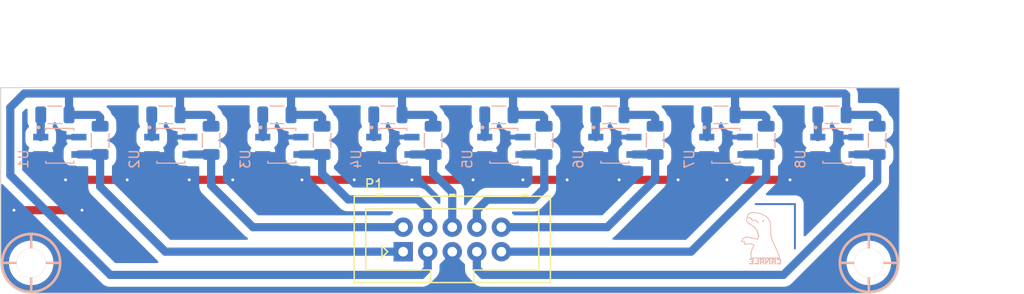
<source format=kicad_pcb>
(kicad_pcb (version 20221018) (generator pcbnew)
  (layers (0 "F.Cu" signal) (31 "B.Cu" signal) (34 "B.Paste" user) (35 "F.Paste" user) (36 "B.SilkS" user "B.Silkscreen") (37 "F.SilkS" user "F.Silkscreen") (38 "B.Mask" user) (39 "F.Mask" user) (44 "Edge.Cuts" user))
  (net 0 "")
  (net 1 "GND")
  (net 2 "Net-(R1-Pad1)")
  (net 3 "Net-(R3-Pad1)")
  (net 4 "Net-(R5-Pad1)")
  (net 5 "Net-(R7-Pad1)")
  (net 6 "Net-(R9-Pad1)")
  (net 7 "Net-(R13-Pad1)")
  (net 8 "Net-(R15-Pad1)")
  (net 9 "/PIN2")
  (net 10 "/PIN1")
  (net 11 "/PIN4")
  (net 12 "/PIN3")
  (net 13 "/PIN6")
  (net 14 "/PIN5")
  (net 15 "/PIN8")
  (net 16 "/PIN7")
  (net 17 "Net-(R11-Pad1)")
  (net 18 "VCC")
  (footprint "MountingHole:MountingHole_2.1mm" (layer "F.Cu") (at 89.5096 107.061)
    (fp_text reference "H2" hide)
    (fp_text value "Mounting_Hole" hide)
    (pad "" np_thru_hole circle (at 0 0) (size 2.1 2.1) (drill 2.1) (layers "*.Cu" "*.Mask"))
  )
  (footprint "EESTN5:hole_3mm" (layer "F.Cu") (at 176.1744 107.061)
    (fp_text reference "hole_3mm" hide)
    (fp_text value "VAL**" hide)
    (pad "1" thru_hole circle (at 0 0) (size 3 3) (drill 3) (layers "*.Cu" "F.SilkS"))
  )
  (footprint "MountingHole:MountingHole_2.1mm" (layer "F.Cu") (at 176.1744 107.061)
    (fp_text reference "H1" hide)
    (fp_text value "Mounting_Hole" hide)
    (pad "" np_thru_hole circle (at 0 0) (size 2.1 2.1) (drill 2.1) (layers "*.Cu" "*.Mask"))
  )
  (footprint "EESTN5:Header_2x05x2.54mm_Vertical" (layer "F.Cu") (at 133.079308 104.6284)
    (fp_text reference "P1" (at -8.08 -5.73) (layer "F.SilkS"))
    (fp_text value "CONN_02X05" hide)
    (pad "1" thru_hole rect (at -5.08 1.27) (size 2 2) (drill 1) (layers "*.Cu" "*.Mask") (net 10 "/PIN1"))
    (pad "2" thru_hole circle (at -5.08 -1.27) (size 2 2) (drill 1) (layers "*.Cu" "*.Mask") (net 9 "/PIN2"))
    (pad "3" thru_hole circle (at -2.54 1.27) (size 2 2) (drill 1) (layers "*.Cu" "*.Mask") (net 18 "VCC"))
    (pad "4" thru_hole circle (at -2.54 -1.27) (size 2 2) (drill 1) (layers "*.Cu" "*.Mask") (net 12 "/PIN3"))
    (pad "5" thru_hole circle (at 0 1.27) (size 2 2) (drill 1) (layers "*.Cu" "*.Mask") (net 1 "GND"))
    (pad "6" thru_hole circle (at 0 -1.27) (size 2 2) (drill 1) (layers "*.Cu" "*.Mask") (net 11 "/PIN4"))
    (pad "7" thru_hole circle (at 2.54 1.27) (size 2 2) (drill 1) (layers "*.Cu" "*.Mask") (net 15 "/PIN8"))
    (pad "8" thru_hole circle (at 2.54 -1.27) (size 2 2) (drill 1) (layers "*.Cu" "*.Mask") (net 14 "/PIN5"))
    (pad "9" thru_hole circle (at 5.08 1.27) (size 2 2) (drill 1) (layers "*.Cu" "*.Mask") (net 16 "/PIN7"))
    (pad "10" thru_hole circle (at 5.08 -1.27) (size 2 2) (drill 1) (layers "*.Cu" "*.Mask") (net 13 "/PIN6"))
  )
  (footprint "EESTN5:hole_3mm" (layer "F.Cu") (at 89.5096 107.061)
    (fp_text reference "hole_3mm" hide)
    (fp_text value "VAL**" hide)
    (pad "1" thru_hole circle (at 0 0) (size 3 3) (drill 3) (layers "*.Cu" "F.SilkS"))
  )
  (footprint "QRE:SOIC180P460X187-4N" (layer "B.Cu") (at 161.38333 94.9234 -90)
    (fp_text reference "U7" (at 1.375 3.775 90) (layer "B.SilkS") (effects (justify mirror)))
    (fp_text value "QRE1113GR" hide)
    (pad "1" smd rect (at -0.9 1.975 270) (size 0.69 1.57) (layers "B.Cu" "B.Paste" "B.Mask") (net 7 "Net-(R13-Pad1)"))
    (pad "2" smd rect (at -0.9 -1.975 270) (size 0.69 1.57) (layers "B.Cu" "B.Paste" "B.Mask") (net 1 "GND"))
    (pad "3" smd rect (at 0.9 -1.975 270) (size 0.69 1.57) (layers "B.Cu" "B.Paste" "B.Mask") (net 16 "/PIN7"))
    (pad "4" smd rect (at 0.9 1.975 270) (size 0.69 1.57) (layers "B.Cu" "B.Paste" "B.Mask") (net 1 "GND"))
  )
  (footprint "QRE:SOIC180P460X187-4N" (layer "B.Cu") (at 172.874 94.9234 -90)
    (fp_text reference "U8" (at 1.375 3.775 90) (layer "B.SilkS") (effects (justify mirror)))
    (fp_text value "QRE1113GR" hide)
    (pad "1" smd rect (at -0.9 1.975 270) (size 0.69 1.57) (layers "B.Cu" "B.Paste" "B.Mask") (net 8 "Net-(R15-Pad1)"))
    (pad "2" smd rect (at -0.9 -1.975 270) (size 0.69 1.57) (layers "B.Cu" "B.Paste" "B.Mask") (net 1 "GND"))
    (pad "3" smd rect (at 0.9 -1.975 270) (size 0.69 1.57) (layers "B.Cu" "B.Paste" "B.Mask") (net 15 "/PIN8"))
    (pad "4" smd rect (at 0.9 1.975 270) (size 0.69 1.57) (layers "B.Cu" "B.Paste" "B.Mask") (net 1 "GND"))
  )
  (footprint "QRE:SOIC180P460X187-4N" (layer "B.Cu") (at 103.960985 94.9234 -90)
    (fp_text reference "U2" (at 1.375 3.775 90) (layer "B.SilkS") (effects (justify mirror)))
    (fp_text value "QRE1113GR" hide)
    (pad "1" smd rect (at -0.9 1.975 270) (size 0.69 1.57) (layers "B.Cu" "B.Paste" "B.Mask") (net 3 "Net-(R3-Pad1)"))
    (pad "2" smd rect (at -0.9 -1.975 270) (size 0.69 1.57) (layers "B.Cu" "B.Paste" "B.Mask") (net 1 "GND"))
    (pad "3" smd rect (at 0.9 -1.975 270) (size 0.69 1.57) (layers "B.Cu" "B.Paste" "B.Mask") (net 9 "/PIN2"))
    (pad "4" smd rect (at 0.9 1.975 270) (size 0.69 1.57) (layers "B.Cu" "B.Paste" "B.Mask") (net 1 "GND"))
  )
  (footprint "Resistor_SMD:R_1206_3216Metric" (layer "B.Cu") (at 131.095523 94.3609 90)
    (fp_text reference "R8" hide)
    (fp_text value "240" hide)
    (pad "1" smd roundrect (at -1.4625 0 90) (size 1.125 1.75) (layers "B.Cu" "B.Paste" "B.Mask") (roundrect_rratio 0.222222) (net 11 "/PIN4"))
    (pad "2" smd roundrect (at 1.4625 0 90) (size 1.125 1.75) (layers "B.Cu" "B.Paste" "B.Mask") (roundrect_rratio 0.222222) (net 18 "VCC"))
  )
  (footprint "Resistor_SMD:R_1206_3216Metric" (layer "B.Cu") (at 91.964016 91.7193)
    (fp_text reference "R1" hide)
    (fp_text value "100" hide)
    (pad "1" smd roundrect (at -1.4625 0) (size 1.125 1.75) (layers "B.Cu" "B.Paste" "B.Mask") (roundrect_rratio 0.222222) (net 2 "Net-(R1-Pad1)"))
    (pad "2" smd roundrect (at 1.4625 0) (size 1.125 1.75) (layers "B.Cu" "B.Paste" "B.Mask") (roundrect_rratio 0.222222) (net 18 "VCC"))
  )
  (footprint "Resistor_SMD:R_1206_3216Metric" (layer "B.Cu") (at 177.0396 94.3609 90)
    (fp_text reference "R16" hide)
    (fp_text value "240" hide)
    (pad "1" smd roundrect (at -1.4625 0 90) (size 1.125 1.75) (layers "B.Cu" "B.Paste" "B.Mask") (roundrect_rratio 0.222222) (net 15 "/PIN8"))
    (pad "2" smd roundrect (at 1.4625 0 90) (size 1.125 1.75) (layers "B.Cu" "B.Paste" "B.Mask") (roundrect_rratio 0.222222) (net 18 "VCC"))
  )
  (footprint "Resistor_SMD:R_1206_3216Metric" (layer "B.Cu") (at 137.901892 91.7193)
    (fp_text reference "R9" hide)
    (fp_text value "100" hide)
    (pad "1" smd roundrect (at -1.4625 0) (size 1.125 1.75) (layers "B.Cu" "B.Paste" "B.Mask") (roundrect_rratio 0.222222) (net 6 "Net-(R9-Pad1)"))
    (pad "2" smd roundrect (at 1.4625 0) (size 1.125 1.75) (layers "B.Cu" "B.Paste" "B.Mask") (roundrect_rratio 0.222222) (net 18 "VCC"))
  )
  (footprint "QRE:SOIC180P460X187-4N" (layer "B.Cu") (at 126.929923 94.9234 -90)
    (fp_text reference "U4" (at 1.375 3.775 90) (layer "B.SilkS") (effects (justify mirror)))
    (fp_text value "QRE1113GR" hide)
    (pad "1" smd rect (at -0.9 1.975 270) (size 0.69 1.57) (layers "B.Cu" "B.Paste" "B.Mask") (net 5 "Net-(R7-Pad1)"))
    (pad "2" smd rect (at -0.9 -1.975 270) (size 0.69 1.57) (layers "B.Cu" "B.Paste" "B.Mask") (net 1 "GND"))
    (pad "3" smd rect (at 0.9 -1.975 270) (size 0.69 1.57) (layers "B.Cu" "B.Paste" "B.Mask") (net 11 "/PIN4"))
    (pad "4" smd rect (at 0.9 1.975 270) (size 0.69 1.57) (layers "B.Cu" "B.Paste" "B.Mask") (net 1 "GND"))
  )
  (footprint "Resistor_SMD:R_1206_3216Metric" (layer "B.Cu") (at 172.3615 91.7193)
    (fp_text reference "R15" hide)
    (fp_text value "100" hide)
    (pad "1" smd roundrect (at -1.4625 0) (size 1.125 1.75) (layers "B.Cu" "B.Paste" "B.Mask") (roundrect_rratio 0.222222) (net 8 "Net-(R15-Pad1)"))
    (pad "2" smd roundrect (at 1.4625 0) (size 1.125 1.75) (layers "B.Cu" "B.Paste" "B.Mask") (roundrect_rratio 0.222222) (net 18 "VCC"))
  )
  (footprint "QRE:SOIC180P460X187-4N" (layer "B.Cu") (at 138.414392 94.9234 -90)
    (fp_text reference "U5" (at 1.375 3.775 90) (layer "B.SilkS") (effects (justify mirror)))
    (fp_text value "QRE1113GR" hide)
    (pad "1" smd rect (at -0.9 1.975 270) (size 0.69 1.57) (layers "B.Cu" "B.Paste" "B.Mask") (net 6 "Net-(R9-Pad1)"))
    (pad "2" smd rect (at -0.9 -1.975 270) (size 0.69 1.57) (layers "B.Cu" "B.Paste" "B.Mask") (net 1 "GND"))
    (pad "3" smd rect (at 0.9 -1.975 270) (size 0.69 1.57) (layers "B.Cu" "B.Paste" "B.Mask") (net 14 "/PIN5"))
    (pad "4" smd rect (at 0.9 1.975 270) (size 0.69 1.57) (layers "B.Cu" "B.Paste" "B.Mask") (net 1 "GND"))
  )
  (footprint "Resistor_SMD:R_1206_3216Metric" (layer "B.Cu") (at 103.448485 91.7193)
    (fp_text reference "R3" hide)
    (fp_text value "100" hide)
    (pad "1" smd roundrect (at -1.4625 0) (size 1.125 1.75) (layers "B.Cu" "B.Paste" "B.Mask") (roundrect_rratio 0.222222) (net 3 "Net-(R3-Pad1)"))
    (pad "2" smd roundrect (at 1.4625 0) (size 1.125 1.75) (layers "B.Cu" "B.Paste" "B.Mask") (roundrect_rratio 0.222222) (net 18 "VCC"))
  )
  (footprint "Resistor_SMD:R_1206_3216Metric" (layer "B.Cu") (at 119.611054 94.3609 90)
    (fp_text reference "R6" hide)
    (fp_text value "240" hide)
    (pad "1" smd roundrect (at -1.4625 0 90) (size 1.125 1.75) (layers "B.Cu" "B.Paste" "B.Mask") (roundrect_rratio 0.222222) (net 12 "/PIN3"))
    (pad "2" smd roundrect (at 1.4625 0 90) (size 1.125 1.75) (layers "B.Cu" "B.Paste" "B.Mask") (roundrect_rratio 0.222222) (net 18 "VCC"))
  )
  (footprint "QRE:SOIC180P460X187-4N" (layer "B.Cu") (at 92.476516 94.9234 -90)
    (fp_text reference "U1" (at 1.375 3.775 90) (layer "B.SilkS") (effects (justify mirror)))
    (fp_text value "QRE1113GR" hide)
    (pad "1" smd rect (at -0.9 1.975 270) (size 0.69 1.57) (layers "B.Cu" "B.Paste" "B.Mask") (net 2 "Net-(R1-Pad1)"))
    (pad "2" smd rect (at -0.9 -1.975 270) (size 0.69 1.57) (layers "B.Cu" "B.Paste" "B.Mask") (net 1 "GND"))
    (pad "3" smd rect (at 0.9 -1.975 270) (size 0.69 1.57) (layers "B.Cu" "B.Paste" "B.Mask") (net 10 "/PIN1"))
    (pad "4" smd rect (at 0.9 1.975 270) (size 0.69 1.57) (layers "B.Cu" "B.Paste" "B.Mask") (net 1 "GND"))
  )
  (footprint "Resistor_SMD:R_1206_3216Metric" (layer "B.Cu") (at 126.417423 91.7193)
    (fp_text reference "R7" hide)
    (fp_text value "100" hide)
    (pad "1" smd roundrect (at -1.4625 0) (size 1.125 1.75) (layers "B.Cu" "B.Paste" "B.Mask") (roundrect_rratio 0.222222) (net 5 "Net-(R7-Pad1)"))
    (pad "2" smd roundrect (at 1.4625 0) (size 1.125 1.75) (layers "B.Cu" "B.Paste" "B.Mask") (roundrect_rratio 0.222222) (net 18 "VCC"))
  )
  (footprint "Resistor_SMD:R_1206_3216Metric" (layer "B.Cu") (at 96.642116 94.3572 90)
    (fp_text reference "R2" hide)
    (fp_text value "240" hide)
    (pad "1" smd roundrect (at -1.4625 0 90) (size 1.125 1.75) (layers "B.Cu" "B.Paste" "B.Mask") (roundrect_rratio 0.222222) (net 10 "/PIN1"))
    (pad "2" smd roundrect (at 1.4625 0 90) (size 1.125 1.75) (layers "B.Cu" "B.Paste" "B.Mask") (roundrect_rratio 0.222222) (net 18 "VCC"))
  )
  (footprint "Resistor_SMD:R_1206_3216Metric" (layer "B.Cu") (at 114.932954 91.7193)
    (fp_text reference "R5" hide)
    (fp_text value "100" hide)
    (pad "1" smd roundrect (at -1.4625 0) (size 1.125 1.75) (layers "B.Cu" "B.Paste" "B.Mask") (roundrect_rratio 0.222222) (net 4 "Net-(R5-Pad1)"))
    (pad "2" smd roundrect (at 1.4625 0) (size 1.125 1.75) (layers "B.Cu" "B.Paste" "B.Mask") (roundrect_rratio 0.222222) (net 18 "VCC"))
  )
  (footprint "Logo:logo5mm" (layer "B.Cu") (at 165.04617 104.640775 180)
    (fp_text reference "G***" hide)
    (fp_text value "LOGO" hide)
  )
  (footprint "Resistor_SMD:R_1206_3216Metric" (layer "B.Cu") (at 149.386361 91.7193)
    (fp_text reference "R11" hide)
    (fp_text value "100" hide)
    (pad "1" smd roundrect (at -1.4625 0) (size 1.125 1.75) (layers "B.Cu" "B.Paste" "B.Mask") (roundrect_rratio 0.222222) (net 17 "Net-(R11-Pad1)"))
    (pad "2" smd roundrect (at 1.4625 0) (size 1.125 1.75) (layers "B.Cu" "B.Paste" "B.Mask") (roundrect_rratio 0.222222) (net 18 "VCC"))
  )
  (footprint "Resistor_SMD:R_1206_3216Metric" (layer "B.Cu") (at 165.55513 94.3609 90)
    (fp_text reference "R14" hide)
    (fp_text value "240" hide)
    (pad "1" smd roundrect (at -1.4625 0 90) (size 1.125 1.75) (layers "B.Cu" "B.Paste" "B.Mask") (roundrect_rratio 0.222222) (net 16 "/PIN7"))
    (pad "2" smd roundrect (at 1.4625 0 90) (size 1.125 1.75) (layers "B.Cu" "B.Paste" "B.Mask") (roundrect_rratio 0.222222) (net 18 "VCC"))
  )
  (footprint "Resistor_SMD:R_1206_3216Metric" (layer "B.Cu") (at 142.579992 94.3609 90)
    (fp_text reference "R10" hide)
    (fp_text value "240" hide)
    (pad "1" smd roundrect (at -1.4625 0 90) (size 1.125 1.75) (layers "B.Cu" "B.Paste" "B.Mask") (roundrect_rratio 0.222222) (net 14 "/PIN5"))
    (pad "2" smd roundrect (at 1.4625 0 90) (size 1.125 1.75) (layers "B.Cu" "B.Paste" "B.Mask") (roundrect_rratio 0.222222) (net 18 "VCC"))
  )
  (footprint "Resistor_SMD:R_1206_3216Metric" (layer "B.Cu") (at 160.87083 91.7193)
    (fp_text reference "R13" hide)
    (fp_text value "100" hide)
    (pad "1" smd roundrect (at -1.4625 0) (size 1.125 1.75) (layers "B.Cu" "B.Paste" "B.Mask") (roundrect_rratio 0.222222) (net 7 "Net-(R13-Pad1)"))
    (pad "2" smd roundrect (at 1.4625 0) (size 1.125 1.75) (layers "B.Cu" "B.Paste" "B.Mask") (roundrect_rratio 0.222222) (net 18 "VCC"))
  )
  (footprint "QRE:SOIC180P460X187-4N" (layer "B.Cu") (at 115.445454 94.9234 -90)
    (fp_text reference "U3" (at 1.375 3.775 90) (layer "B.SilkS") (effects (justify mirror)))
    (fp_text value "QRE1113GR" hide)
    (pad "1" smd rect (at -0.9 1.975 270) (size 0.69 1.57) (layers "B.Cu" "B.Paste" "B.Mask") (net 4 "Net-(R5-Pad1)"))
    (pad "2" smd rect (at -0.9 -1.975 270) (size 0.69 1.57) (layers "B.Cu" "B.Paste" "B.Mask") (net 1 "GND"))
    (pad "3" smd rect (at 0.9 -1.975 270) (size 0.69 1.57) (layers "B.Cu" "B.Paste" "B.Mask") (net 12 "/PIN3"))
    (pad "4" smd rect (at 0.9 1.975 270) (size 0.69 1.57) (layers "B.Cu" "B.Paste" "B.Mask") (net 1 "GND"))
  )
  (footprint "Resistor_SMD:R_1206_3216Metric" (layer "B.Cu") (at 108.126585 94.3609 90)
    (fp_text reference "R4" hide)
    (fp_text value "240" hide)
    (pad "1" smd roundrect (at -1.4625 0 90) (size 1.125 1.75) (layers "B.Cu" "B.Paste" "B.Mask") (roundrect_rratio 0.222222) (net 9 "/PIN2"))
    (pad "2" smd roundrect (at 1.4625 0 90) (size 1.125 1.75) (layers "B.Cu" "B.Paste" "B.Mask") (roundrect_rratio 0.222222) (net 18 "VCC"))
  )
  (footprint "Resistor_SMD:R_1206_3216Metric" (layer "B.Cu") (at 154.064461 94.3609 90)
    (fp_text reference "R12" hide)
    (fp_text value "240" hide)
    (pad "1" smd roundrect (at -1.4625 0 90) (size 1.125 1.75) (layers "B.Cu" "B.Paste" "B.Mask") (roundrect_rratio 0.222222) (net 13 "/PIN6"))
    (pad "2" smd roundrect (at 1.4625 0 90) (size 1.125 1.75) (layers "B.Cu" "B.Paste" "B.Mask") (roundrect_rratio 0.222222) (net 18 "VCC"))
  )
  (footprint "QRE:SOIC180P460X187-4N" (layer "B.Cu") (at 149.898861 94.9234 -90)
    (fp_text reference "U6" (at 1.375 3.775 90) (layer "B.SilkS") (effects (justify mirror)))
    (fp_text value "QRE1113GR" hide)
    (pad "1" smd rect (at -0.9 1.975 270) (size 0.69 1.57) (layers "B.Cu" "B.Paste" "B.Mask") (net 17 "Net-(R11-Pad1)"))
    (pad "2" smd rect (at -0.9 -1.975 270) (size 0.69 1.57) (layers "B.Cu" "B.Paste" "B.Mask") (net 1 "GND"))
    (pad "3" smd rect (at 0.9 -1.975 270) (size 0.69 1.57) (layers "B.Cu" "B.Paste" "B.Mask") (net 13 "/PIN6"))
    (pad "4" smd rect (at 0.9 1.975 270) (size 0.69 1.57) (layers "B.Cu" "B.Paste" "B.Mask") (net 1 "GND"))
  )
  (gr_line (start 164.465 100.965) (end 168.529 100.965) (stroke (width 0.2)) (layer "B.Cu"))
  (gr_line (start 168.529 100.965) (end 168.529 105.5624) (stroke (width 0.2)) (layer "B.Cu"))
  (gr_line (start 179.3494 88.9) (end 86.36 88.9) (stroke (width 0.1)) (layer "Edge.Cuts"))
  (gr_arc (start 179.324 107.061) (mid 178.401504 109.288104) (end 176.1744 110.2106) (stroke (width 0.1)) (layer "Edge.Cuts"))
  (gr_line (start 86.36 88.9) (end 86.36 107.061) (stroke (width 0.1)) (layer "Edge.Cuts"))
  (gr_line (start 179.3494 88.9) (end 179.324 107.061) (stroke (width 0.1)) (layer "Edge.Cuts"))
  (gr_arc (start 89.5096 110.2106) (mid 87.282496 109.288104) (end 86.36 107.061) (stroke (width 0.1)) (layer "Edge.Cuts"))
  (gr_line (start 89.5096 110.2106) (end 176.1744 110.2106) (stroke (width 0.1)) (layer "Edge.Cuts"))
  (segment (start 122.936 98.4504) (end 117.5258 98.4504) (width 0.85) (layer "F.Cu") (net 1))
  (segment (start 156.4386 98.4504) (end 150.3426 98.4504) (width 0.85) (layer "F.Cu") (net 1))
  (segment (start 135.2296 98.4504) (end 128.905 98.4504) (width 0.85) (layer "F.Cu") (net 1))
  (segment (start 99.441 98.4504) (end 93.0656 98.4504) (width 0.85) (layer "F.Cu") (net 1))
  (segment (start 87.7316 101.6) (end 94.7674 101.6) (width 0.85) (layer "F.Cu") (net 1))
  (segment (start 110.363 98.4504) (end 105.8672 98.4504) (width 0.85) (layer "F.Cu") (net 1))
  (segment (start 144.9578 98.4504) (end 140.3858 98.4504) (width 0.85) (layer "F.Cu") (net 1))
  (segment (start 168.021 98.4504) (end 161.4932 98.4504) (width 0.85) (layer "F.Cu") (net 1))
  (via (at 161.4932 98.4504) (size 0.5) (drill 0.3) (layers "F.Cu" "B.Cu") (net 1))
  (via (at 93.0656 98.4504) (size 0.5) (drill 0.3) (layers "F.Cu" "B.Cu") (net 1))
  (via (at 110.363 98.4504) (size 0.5) (drill 0.3) (layers "F.Cu" "B.Cu") (net 1))
  (via (at 156.4386 98.4504) (size 0.5) (drill 0.3) (layers "F.Cu" "B.Cu") (net 1))
  (via (at 99.441 98.4504) (size 0.5) (drill 0.3) (layers "F.Cu" "B.Cu") (net 1))
  (via (at 144.9578 98.4504) (size 0.5) (drill 0.3) (layers "F.Cu" "B.Cu") (net 1))
  (via (at 140.3858 98.4504) (size 0.5) (drill 0.3) (layers "F.Cu" "B.Cu") (net 1))
  (via (at 128.905 98.4504) (size 0.5) (drill 0.3) (layers "F.Cu" "B.Cu") (net 1))
  (via (at 168.021 98.4504) (size 0.5) (drill 0.3) (layers "F.Cu" "B.Cu") (net 1))
  (via (at 87.7316 101.6) (size 0.5) (drill 0.3) (layers "F.Cu" "B.Cu") (net 1))
  (via (at 150.3426 98.4504) (size 0.5) (drill 0.3) (layers "F.Cu" "B.Cu") (net 1))
  (via (at 94.7674 101.6) (size 0.5) (drill 0.3) (layers "F.Cu" "B.Cu") (net 1))
  (via (at 135.2296 98.4504) (size 0.5) (drill 0.3) (layers "F.Cu" "B.Cu") (net 1))
  (via (at 117.5258 98.4504) (size 0.5) (drill 0.3) (layers "F.Cu" "B.Cu") (net 1))
  (via (at 122.936 98.4504) (size 0.5) (drill 0.3) (layers "F.Cu" "B.Cu") (net 1))
  (via (at 105.8672 98.4504) (size 0.5) (drill 0.3) (layers "F.Cu" "B.Cu") (net 1))
  (segment (start 126.29594 96.429357) (end 123.68274 96.429357) (width 0.85) (layer "B.Cu") (net 1))
  (segment (start 114.934048 96.351037) (end 112.320848 96.351037) (width 0.85) (layer "B.Cu") (net 1))
  (segment (start 132.264308 107.426092) (end 132.264308 109.6518) (width 1) (layer "B.Cu") (net 1))
  (segment (start 91.818 96.393) (end 89.2048 96.393) (width 0.85) (layer "B.Cu") (net 1))
  (segment (start 172.1836 96.4184) (end 169.5704 96.4184) (width 0.85) (layer "B.Cu") (net 1))
  (segment (start 132.839308 106.1384) (end 132.839308 106.851092) (width 1) (layer "B.Cu") (net 1))
  (segment (start 103.375 96.393) (end 100.7618 96.393) (width 0.85) (layer "B.Cu") (net 1))
  (segment (start 132.839308 106.851092) (end 132.264308 107.426092) (width 1) (layer "B.Cu") (net 1))
  (segment (start 160.7536 96.4184) (end 158.1404 96.4184) (width 0.85) (layer "B.Cu") (net 1))
  (segment (start 133.319308 106.1384) (end 133.319308 106.851092) (width 1) (layer "B.Cu") (net 1))
  (segment (start 149.303575 96.389683) (end 146.690375 96.389683) (width 0.85) (layer "B.Cu") (net 1))
  (segment (start 133.096 105.915092) (end 133.079308 105.8984) (width 1) (layer "B.Cu") (net 1))
  (segment (start 137.771985 96.342073) (end 135.158785 96.342073) (width 0.85) (layer "B.Cu") (net 1))
  (segment (start 133.096 109.4486) (end 133.096 105.915092) (width 1) (layer "B.Cu") (net 1))
  (segment (start 133.079308 105.8984) (end 132.839308 106.1384) (width 1) (layer "B.Cu") (net 1))
  (segment (start 133.319308 106.851092) (end 133.894308 107.426092) (width 1) (layer "B.Cu") (net 1))
  (segment (start 133.079308 105.8984) (end 133.319308 106.1384) (width 1) (layer "B.Cu") (net 1))
  (segment (start 133.894308 107.426092) (end 133.894308 109.611908) (width 1) (layer "B.Cu") (net 1))
  (segment (start 90.501516 94.0234) (end 90.501516 91.7193) (width 0.85) (layer "B.Cu") (net 2))
  (segment (start 101.985985 94.0234) (end 101.985985 91.7193) (width 0.85) (layer "B.Cu") (net 3))
  (segment (start 113.470454 94.0234) (end 113.470454 91.7193) (width 0.85) (layer "B.Cu") (net 4))
  (segment (start 124.954923 91.7193) (end 124.954923 94.0234) (width 0.85) (layer "B.Cu") (net 5))
  (segment (start 136.439392 94.0234) (end 136.439392 91.7193) (width 0.85) (layer "B.Cu") (net 6))
  (segment (start 159.40833 94.0234) (end 159.40833 91.7193) (width 0.85) (layer "B.Cu") (net 7))
  (segment (start 170.899 94.0234) (end 170.899 91.7193) (width 0.85) (layer "B.Cu") (net 8))
  (segment (start 108.126585 99.033385) (end 108.126585 95.8234) (width 0.85) (layer "B.Cu") (net 9))
  (segment (start 112.4516 103.3584) (end 108.126585 99.033385) (width 0.85) (layer "B.Cu") (net 9))
  (segment (start 108.126585 95.8234) (end 105.935985 95.8234) (width 0.85) (layer "B.Cu") (net 9))
  (segment (start 127.999308 103.3584) (end 112.4516 103.3584) (width 0.85) (layer "B.Cu") (net 9))
  (segment (start 96.642116 95.8197) (end 94.455216 95.8197) (width 0.85) (layer "B.Cu") (net 10))
  (segment (start 103.3838 105.8984) (end 96.642116 99.156716) (width 0.85) (layer "B.Cu") (net 10))
  (segment (start 96.642116 99.156716) (end 96.642116 95.8197) (width 0.85) (layer "B.Cu") (net 10))
  (segment (start 127.999308 105.8984) (end 103.3838 105.8984) (width 0.85) (layer "B.Cu") (net 10))
  (segment (start 133.0706 99.7458) (end 133.0706 103.349692) (width 0.85) (layer "B.Cu") (net 11))
  (segment (start 131.095523 97.770723) (end 133.0706 99.7458) (width 0.85) (layer "B.Cu") (net 11))
  (segment (start 128.904923 95.8234) (end 131.095523 95.8234) (width 0.85) (layer "B.Cu") (net 11))
  (segment (start 131.095523 95.8234) (end 131.095523 97.770723) (width 0.85) (layer "B.Cu") (net 11))
  (segment (start 133.0706 103.349692) (end 133.079308 103.3584) (width 0.85) (layer "B.Cu") (net 11))
  (segment (start 119.611054 97.792454) (end 119.611054 95.8234) (width 0.85) (layer "B.Cu") (net 12))
  (segment (start 130.539308 103.3584) (end 130.539308 101.540492) (width 0.85) (layer "B.Cu") (net 12))
  (segment (start 130.539308 101.540492) (end 130.556 101.5238) (width 0.85) (layer "B.Cu") (net 12))
  (segment (start 130.556 101.5238) (end 129.5146 100.4824) (width 0.85) (layer "B.Cu") (net 12))
  (segment (start 122.301 100.4824) (end 119.611054 97.792454) (width 0.85) (layer "B.Cu") (net 12))
  (segment (start 119.611054 95.8234) (end 117.420454 95.8234) (width 0.85) (layer "B.Cu") (net 12))
  (segment (start 129.5146 100.4824) (end 122.301 100.4824) (width 0.85) (layer "B.Cu") (net 12))
  (segment (start 149.1176 103.3584) (end 154.064461 98.411539) (width 0.85) (layer "B.Cu") (net 13))
  (segment (start 151.873861 95.8234) (end 154.064461 95.8234) (width 0.85) (layer "B.Cu") (net 13))
  (segment (start 138.159308 103.3584) (end 149.1176 103.3584) (width 0.85) (layer "B.Cu") (net 13))
  (segment (start 154.064461 98.411539) (end 154.064461 95.8234) (width 0.85) (layer "B.Cu") (net 13))
  (segment (start 135.619308 101.591292) (end 135.619308 103.3584) (width 0.85) (layer "B.Cu") (net 14))
  (segment (start 142.579992 95.8234) (end 142.5956 95.839008) (width 0.85) (layer "B.Cu") (net 14))
  (segment (start 142.5956 99.3394) (end 141.4272 100.5078) (width 0.85) (layer "B.Cu") (net 14))
  (segment (start 136.7028 100.5078) (end 135.619308 101.591292) (width 0.85) (layer "B.Cu") (net 14))
  (segment (start 140.389392 95.8234) (end 142.579992 95.8234) (width 0.85) (layer "B.Cu") (net 14))
  (segment (start 141.4272 100.5078) (end 136.7028 100.5078) (width 0.85) (layer "B.Cu") (net 14))
  (segment (start 142.494 95.909392) (end 142.579992 95.8234) (width 0.85) (layer "B.Cu") (net 14))
  (segment (start 142.5956 95.839008) (end 142.5956 99.3394) (width 0.85) (layer "B.Cu") (net 14))
  (segment (start 174.849 95.8234) (end 177.0396 95.8234) (width 0.85) (layer "B.Cu") (net 15))
  (segment (start 136.237616 108.3056) (end 167.3352 108.3056) (width 0.85) (layer "B.Cu") (net 15))
  (segment (start 135.619308 107.687292) (end 136.237616 108.3056) (width 0.85) (layer "B.Cu") (net 15))
  (segment (start 167.3352 108.3056) (end 177.0396 98.6012) (width 0.85) (layer "B.Cu") (net 15))
  (segment (start 135.619308 105.8984) (end 135.619308 107.687292) (width 0.85) (layer "B.Cu") (net 15))
  (segment (start 177.0396 98.6012) (end 177.0396 95.8234) (width 0.85) (layer "B.Cu") (net 15))
  (segment (start 157.779 105.8984) (end 165.55513 98.12227) (width 0.85) (layer "B.Cu") (net 16))
  (segment (start 138.159308 105.8984) (end 157.779 105.8984) (width 0.85) (layer "B.Cu") (net 16))
  (segment (start 165.55513 98.12227) (end 165.55513 95.8234) (width 0.85) (layer "B.Cu") (net 16))
  (segment (start 163.35833 95.8234) (end 165.55513 95.8234) (width 0.85) (layer "B.Cu") (net 16))
  (segment (start 147.923861 94.0234) (end 147.923861 91.7193) (width 0.85) (layer "B.Cu") (net 17))
  (segment (start 130.837823 91.7193) (end 127.879923 91.7193) (width 0.85) (layer "B.Cu") (net 18))
  (segment (start 142.322292 91.7193) (end 139.364392 91.7193) (width 0.85) (layer "B.Cu") (net 18))
  (segment (start 131.095523 92.8984) (end 131.095523 91.977) (width 0.85) (layer "B.Cu") (net 18))
  (segment (start 104.910985 91.7193) (end 104.910985 89.622214) (width 0.85) (layer "B.Cu") (net 18))
  (segment (start 151.3078 89.504199) (end 139.4714 89.504199) (width 0.85) (layer "B.Cu") (net 18))
  (segment (start 129.913016 108.3056) (end 130.539308 107.679308) (width 0.85) (layer "B.Cu") (net 18))
  (segment (start 127.879923 89.614876) (end 127.9906 89.504199) (width 0.85) (layer "B.Cu") (net 18))
  (segment (start 96.642116 92.8947) (end 96.642116 91.977) (width 0.85) (layer "B.Cu") (net 18))
  (segment (start 130.539308 107.679308) (end 130.539308 105.8984) (width 0.85) (layer "B.Cu") (net 18))
  (segment (start 142.579992 91.977) (end 142.322292 91.7193) (width 0.85) (layer "B.Cu") (net 18))
  (segment (start 108.126585 92.8984) (end 108.126585 91.977) (width 0.85) (layer "B.Cu") (net 18))
  (segment (start 154.064461 91.977) (end 153.806761 91.7193) (width 0.85) (layer "B.Cu") (net 18))
  (segment (start 97.693908 108.3056) (end 129.913016 108.3056) (width 0.85) (layer "B.Cu") (net 18))
  (segment (start 142.579992 92.8984) (end 142.579992 91.977) (width 0.85) (layer "B.Cu") (net 18))
  (segment (start 165.55513 92.8984) (end 165.55513 91.977) (width 0.85) (layer "B.Cu") (net 18))
  (segment (start 139.364392 91.7193) (end 139.364392 89.611207) (width 0.85) (layer "B.Cu") (net 18))
  (segment (start 119.611054 92.8984) (end 119.611054 91.977) (width 0.85) (layer "B.Cu") (net 18))
  (segment (start 165.55513 91.977) (end 165.29743 91.7193) (width 0.85) (layer "B.Cu") (net 18))
  (segment (start 108.126585 91.977) (end 107.868885 91.7193) (width 0.85) (layer "B.Cu") (net 18))
  (segment (start 119.353354 91.7193) (end 116.395454 91.7193) (width 0.85) (layer "B.Cu") (net 18))
  (segment (start 93.426516 91.7193) (end 93.426516 89.509515) (width 0.85) (layer "B.Cu") (net 18))
  (segment (start 87.3506 90.951999) (end 87.3506 97.962292) (width 0.85) (layer "B.Cu") (net 18))
  (segment (start 139.4714 89.504199) (end 127.9906 89.504199) (width 0.85) (layer "B.Cu") (net 18))
  (segment (start 87.3506 97.962292) (end 97.693908 108.3056) (width 0.85) (layer "B.Cu") (net 18))
  (segment (start 165.29743 91.7193) (end 162.33333 91.7193) (width 0.85) (layer "B.Cu") (net 18))
  (segment (start 88.7984 89.504199) (end 87.3506 90.951999) (width 0.85) (layer "B.Cu") (net 18))
  (segment (start 116.395454 91.7193) (end 116.395454 89.720053) (width 0.85) (layer "B.Cu") (net 18))
  (segment (start 150.848861 89.963138) (end 151.3078 89.504199) (width 0.85) (layer "B.Cu") (net 18))
  (segment (start 176.8327 91.7193) (end 173.824 91.7193) (width 0.85) (layer "B.Cu") (net 18))
  (segment (start 127.879923 91.7193) (end 127.879923 89.614876) (width 0.85) (layer "B.Cu") (net 18))
  (segment (start 177.0396 92.8984) (end 177.0396 91.9262) (width 0.85) (layer "B.Cu") (net 18))
  (segment (start 173.6598 89.504199) (end 162.5854 89.504199) (width 0.85) (layer "B.Cu") (net 18))
  (segment (start 116.395454 89.720053) (end 116.1796 89.504199) (width 0.85) (layer "B.Cu") (net 18))
  (segment (start 139.364392 89.611207) (end 139.4714 89.504199) (width 0.85) (layer "B.Cu") (net 18))
  (segment (start 177.0396 91.9262) (end 176.8327 91.7193) (width 0.85) (layer "B.Cu") (net 18))
  (segment (start 107.868885 91.7193) (end 104.910985 91.7193) (width 0.85) (layer "B.Cu") (net 18))
  (segment (start 96.384416 91.7193) (end 93.426516 91.7193) (width 0.85) (layer "B.Cu") (net 18))
  (segment (start 162.33333 89.756269) (end 162.5854 89.504199) (width 0.85) (layer "B.Cu") (net 18))
  (segment (start 162.33333 91.7193) (end 162.33333 89.756269) (width 0.85) (layer "B.Cu") (net 18))
  (segment (start 150.848861 91.7193) (end 150.848861 89.963138) (width 0.85) (layer "B.Cu") (net 18))
  (segment (start 116.1796 89.504199) (end 105.029 89.504199) (width 0.85) (layer "B.Cu") (net 18))
  (segment (start 153.806761 91.7193) (end 150.848861 91.7193) (width 0.85) (layer "B.Cu") (net 18))
  (segment (start 93.426516 89.509515) (end 93.4212 89.504199) (width 0.85) (layer "B.Cu") (net 18))
  (segment (start 162.5854 89.504199) (end 151.3078 89.504199) (width 0.85) (layer "B.Cu") (net 18))
  (segment (start 173.824 91.7193) (end 173.824 89.668399) (width 0.85) (layer "B.Cu") (net 18))
  (segment (start 104.910985 89.622214) (end 105.029 89.504199) (width 0.85) (layer "B.Cu") (net 18))
  (segment (start 119.611054 91.977) (end 119.353354 91.7193) (width 0.85) (layer "B.Cu") (net 18))
  (segment (start 127.9906 89.504199) (end 116.1796 89.504199) (width 0.85) (layer "B.Cu") (net 18))
  (segment (start 173.824 89.668399) (end 173.6598 89.504199) (width 0.85) (layer "B.Cu") (net 18))
  (segment (start 154.064461 92.8984) (end 154.064461 91.977) (width 0.85) (layer "B.Cu") (net 18))
  (segment (start 105.029 89.504199) (end 93.4212 89.504199) (width 0.85) (layer "B.Cu") (net 18))
  (segment (start 131.095523 91.977) (end 130.837823 91.7193) (width 0.85) (layer "B.Cu") (net 18))
  (segment (start 93.4212 89.504199) (end 88.7984 89.504199) (width 0.85) (layer "B.Cu") (net 18))
  (segment (start 96.642116 91.977) (end 96.384416 91.7193) (width 0.85) (layer "B.Cu") (net 18))
  (zone (net 1) (net_name "GND") (layer "B.Cu") (priority 1) (connect_pads (clearance 0.5)) (min_thickness 0.25) (fill yes (thermal_gap 0.5) (thermal_bridge_width 0.5))
    (polygon (pts (xy 86.36 88.9) (xy 86.36 110.236) (xy 179.324 110.2106) (xy 179.3494 88.9)))
  )
)
</source>
